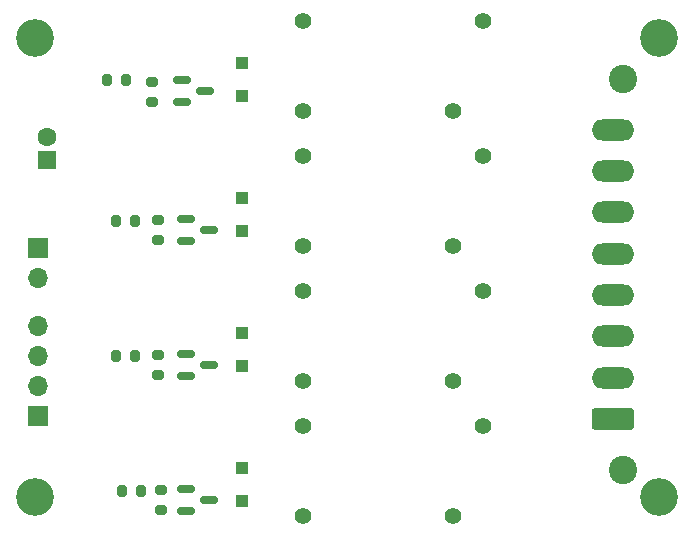
<source format=gbr>
%TF.GenerationSoftware,KiCad,Pcbnew,(6.0.0)*%
%TF.CreationDate,2022-01-04T00:38:58-05:00*%
%TF.ProjectId,4x relay board,34782072-656c-4617-9920-626f6172642e,rev?*%
%TF.SameCoordinates,Original*%
%TF.FileFunction,Soldermask,Top*%
%TF.FilePolarity,Negative*%
%FSLAX46Y46*%
G04 Gerber Fmt 4.6, Leading zero omitted, Abs format (unit mm)*
G04 Created by KiCad (PCBNEW (6.0.0)) date 2022-01-04 00:38:58*
%MOMM*%
%LPD*%
G01*
G04 APERTURE LIST*
G04 Aperture macros list*
%AMRoundRect*
0 Rectangle with rounded corners*
0 $1 Rounding radius*
0 $2 $3 $4 $5 $6 $7 $8 $9 X,Y pos of 4 corners*
0 Add a 4 corners polygon primitive as box body*
4,1,4,$2,$3,$4,$5,$6,$7,$8,$9,$2,$3,0*
0 Add four circle primitives for the rounded corners*
1,1,$1+$1,$2,$3*
1,1,$1+$1,$4,$5*
1,1,$1+$1,$6,$7*
1,1,$1+$1,$8,$9*
0 Add four rect primitives between the rounded corners*
20,1,$1+$1,$2,$3,$4,$5,0*
20,1,$1+$1,$4,$5,$6,$7,0*
20,1,$1+$1,$6,$7,$8,$9,0*
20,1,$1+$1,$8,$9,$2,$3,0*%
G04 Aperture macros list end*
%ADD10RoundRect,0.200000X-0.275000X0.200000X-0.275000X-0.200000X0.275000X-0.200000X0.275000X0.200000X0*%
%ADD11R,1.700000X1.700000*%
%ADD12O,1.700000X1.700000*%
%ADD13C,2.400000*%
%ADD14RoundRect,0.250000X1.550000X-0.650000X1.550000X0.650000X-1.550000X0.650000X-1.550000X-0.650000X0*%
%ADD15O,3.600000X1.800000*%
%ADD16R,1.100000X1.100000*%
%ADD17C,3.200000*%
%ADD18RoundRect,0.200000X-0.200000X-0.275000X0.200000X-0.275000X0.200000X0.275000X-0.200000X0.275000X0*%
%ADD19C,1.400000*%
%ADD20RoundRect,0.150000X-0.587500X-0.150000X0.587500X-0.150000X0.587500X0.150000X-0.587500X0.150000X0*%
%ADD21R,1.600000X1.600000*%
%ADD22C,1.600000*%
G04 APERTURE END LIST*
D10*
%TO.C,R7*%
X140208000Y-63945000D03*
X140208000Y-65595000D03*
%TD*%
D11*
%TO.C,J1*%
X130048000Y-66289000D03*
D12*
X130048000Y-68829000D03*
%TD*%
D13*
%TO.C,J3*%
X179577500Y-51975000D03*
X179577500Y-85075000D03*
D14*
X178677500Y-80775000D03*
D15*
X178677500Y-77275000D03*
X178677500Y-73775000D03*
X178677500Y-70275000D03*
X178677500Y-66775000D03*
X178677500Y-63275000D03*
X178677500Y-59775000D03*
X178677500Y-56275000D03*
%TD*%
D16*
%TO.C,D4*%
X147320000Y-50670000D03*
X147320000Y-53470000D03*
%TD*%
D17*
%TO.C,H2*%
X182626000Y-87376000D03*
%TD*%
D18*
%TO.C,R2*%
X136589000Y-75438000D03*
X138239000Y-75438000D03*
%TD*%
D19*
%TO.C,K2*%
X152465000Y-69955000D03*
X167705000Y-69955000D03*
X165165000Y-77555000D03*
X152465000Y-77555000D03*
%TD*%
D20*
%TO.C,Q2*%
X142572500Y-75250000D03*
X142572500Y-77150000D03*
X144447500Y-76200000D03*
%TD*%
D18*
%TO.C,R4*%
X135827000Y-52070000D03*
X137477000Y-52070000D03*
%TD*%
D21*
%TO.C,C1*%
X130810000Y-58867113D03*
D22*
X130810000Y-56867113D03*
%TD*%
D16*
%TO.C,D3*%
X147320000Y-62100000D03*
X147320000Y-64900000D03*
%TD*%
D20*
%TO.C,Q4*%
X142240000Y-52070000D03*
X142240000Y-53970000D03*
X144115000Y-53020000D03*
%TD*%
D11*
%TO.C,J2*%
X130048000Y-80503000D03*
D12*
X130048000Y-77963000D03*
X130048000Y-75423000D03*
X130048000Y-72883000D03*
%TD*%
D10*
%TO.C,R6*%
X140208000Y-75375000D03*
X140208000Y-77025000D03*
%TD*%
D19*
%TO.C,K1*%
X152465000Y-81385000D03*
X167705000Y-81385000D03*
X165165000Y-88985000D03*
X152465000Y-88985000D03*
%TD*%
D10*
%TO.C,R5*%
X140462000Y-86805000D03*
X140462000Y-88455000D03*
%TD*%
D17*
%TO.C,H4*%
X129794000Y-87376000D03*
%TD*%
D20*
%TO.C,Q1*%
X142572500Y-86680000D03*
X142572500Y-88580000D03*
X144447500Y-87630000D03*
%TD*%
D18*
%TO.C,R1*%
X137097000Y-86868000D03*
X138747000Y-86868000D03*
%TD*%
D16*
%TO.C,D1*%
X147320000Y-84960000D03*
X147320000Y-87760000D03*
%TD*%
D17*
%TO.C,H3*%
X129794000Y-48514000D03*
%TD*%
D18*
%TO.C,R3*%
X136589000Y-64008000D03*
X138239000Y-64008000D03*
%TD*%
D19*
%TO.C,K4*%
X152465000Y-47095000D03*
X167705000Y-47095000D03*
X165165000Y-54695000D03*
X152465000Y-54695000D03*
%TD*%
D16*
%TO.C,D2*%
X147320000Y-73530000D03*
X147320000Y-76330000D03*
%TD*%
D10*
%TO.C,R8*%
X139700000Y-52261000D03*
X139700000Y-53911000D03*
%TD*%
D17*
%TO.C,H1*%
X182626000Y-48514000D03*
%TD*%
D19*
%TO.C,K3*%
X152465000Y-58525000D03*
X167705000Y-58525000D03*
X165165000Y-66125000D03*
X152465000Y-66125000D03*
%TD*%
D20*
%TO.C,Q3*%
X142572500Y-63820000D03*
X142572500Y-65720000D03*
X144447500Y-64770000D03*
%TD*%
M02*

</source>
